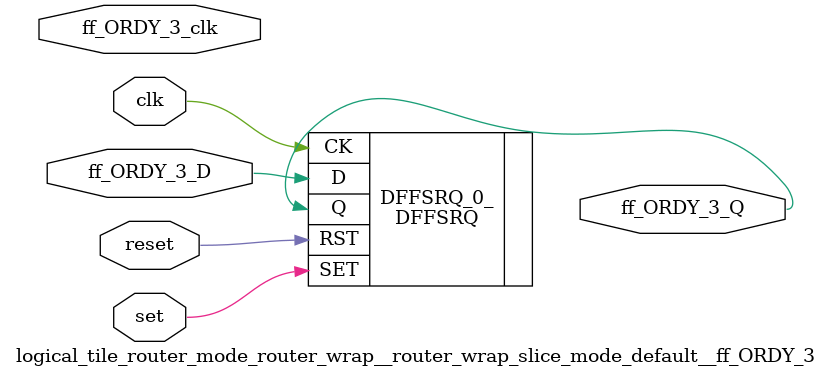
<source format=v>
`default_nettype none

module logical_tile_router_mode_router_wrap__router_wrap_slice_mode_default__ff_ORDY_3(set,
                                                                                       reset,
                                                                                       clk,
                                                                                       ff_ORDY_3_D,
                                                                                       ff_ORDY_3_Q,
                                                                                       ff_ORDY_3_clk);
//----- GLOBAL PORTS -----
input [0:0] set;
//----- GLOBAL PORTS -----
input [0:0] reset;
//----- GLOBAL PORTS -----
input [0:0] clk;
//----- INPUT PORTS -----
input [0:0] ff_ORDY_3_D;
//----- OUTPUT PORTS -----
output [0:0] ff_ORDY_3_Q;
//----- CLOCK PORTS -----
input [0:0] ff_ORDY_3_clk;

//----- BEGIN wire-connection ports -----
wire [0:0] ff_ORDY_3_D;
wire [0:0] ff_ORDY_3_Q;
wire [0:0] ff_ORDY_3_clk;
//----- END wire-connection ports -----


//----- BEGIN Registered ports -----
//----- END Registered ports -----



// ----- BEGIN Local short connections -----
// ----- END Local short connections -----
// ----- BEGIN Local output short connections -----
// ----- END Local output short connections -----

	DFFSRQ DFFSRQ_0_ (
		.SET(set),
		.RST(reset),
		.CK(clk),
		.D(ff_ORDY_3_D),
		.Q(ff_ORDY_3_Q));

endmodule
// ----- END Verilog module for logical_tile_router_mode_router_wrap__router_wrap_slice_mode_default__ff_ORDY_3 -----

//----- Default net type -----
`default_nettype wire




</source>
